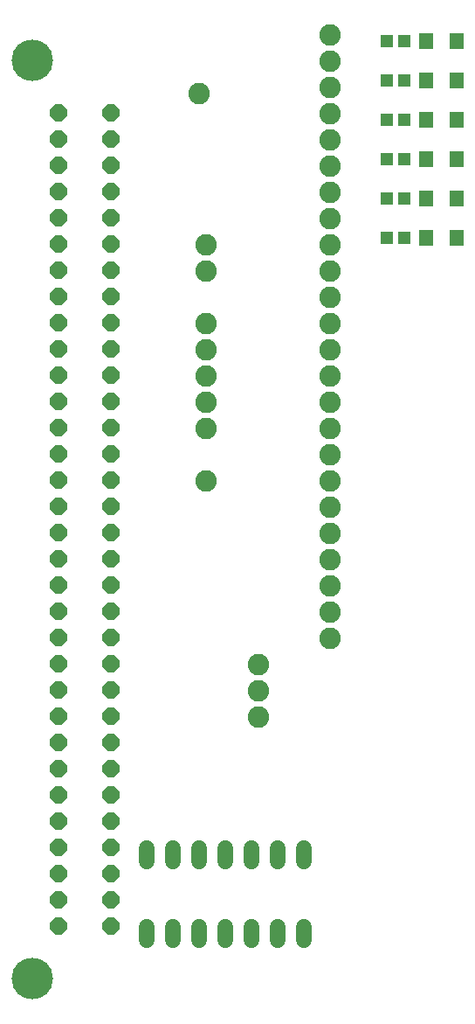
<source format=gts>
G75*
%MOIN*%
%OFA0B0*%
%FSLAX24Y24*%
%IPPOS*%
%LPD*%
%AMOC8*
5,1,8,0,0,1.08239X$1,22.5*
%
%ADD10OC8,0.0640*%
%ADD11C,0.1582*%
%ADD12C,0.0820*%
%ADD13C,0.0600*%
%ADD14R,0.0552X0.0631*%
%ADD15R,0.0513X0.0474*%
D10*
X005150Y003195D03*
X005150Y004195D03*
X005150Y005195D03*
X005150Y006195D03*
X005150Y007195D03*
X005150Y008195D03*
X005150Y009195D03*
X005150Y010195D03*
X005150Y011195D03*
X005150Y012195D03*
X005150Y013195D03*
X005150Y014195D03*
X005150Y015195D03*
X005150Y016195D03*
X005150Y017195D03*
X005150Y018195D03*
X005150Y019195D03*
X005150Y020195D03*
X005150Y021195D03*
X005150Y022195D03*
X005150Y023195D03*
X005150Y024195D03*
X005150Y025195D03*
X005150Y026195D03*
X005150Y027195D03*
X005150Y028195D03*
X005150Y029195D03*
X005150Y030195D03*
X005150Y031195D03*
X005150Y032195D03*
X005150Y033195D03*
X005150Y034195D03*
X007150Y034195D03*
X007150Y033195D03*
X007150Y032195D03*
X007150Y031195D03*
X007150Y030195D03*
X007150Y029195D03*
X007150Y028195D03*
X007150Y027195D03*
X007150Y026195D03*
X007150Y025195D03*
X007150Y024195D03*
X007150Y023195D03*
X007150Y022195D03*
X007150Y021195D03*
X007150Y020195D03*
X007150Y019195D03*
X007150Y018195D03*
X007150Y017195D03*
X007150Y016195D03*
X007150Y015195D03*
X007150Y014195D03*
X007150Y013195D03*
X007150Y012195D03*
X007150Y011195D03*
X007150Y010195D03*
X007150Y009195D03*
X007150Y008195D03*
X007150Y007195D03*
X007150Y006195D03*
X007150Y005195D03*
X007150Y004195D03*
X007150Y003195D03*
D11*
X004150Y001195D03*
X004150Y036195D03*
D12*
X010531Y034930D03*
X010781Y029180D03*
X010781Y028180D03*
X010781Y026180D03*
X010781Y025180D03*
X010781Y024180D03*
X010781Y023180D03*
X010781Y022180D03*
X010781Y020180D03*
X012781Y013180D03*
X012781Y012180D03*
X012781Y011180D03*
X015531Y014180D03*
X015531Y015180D03*
X015531Y016180D03*
X015531Y017180D03*
X015531Y018180D03*
X015531Y019180D03*
X015531Y020180D03*
X015531Y021180D03*
X015531Y022180D03*
X015531Y023180D03*
X015531Y024180D03*
X015531Y025180D03*
X015531Y026180D03*
X015531Y027180D03*
X015531Y028180D03*
X015531Y029180D03*
X015531Y030180D03*
X015531Y031180D03*
X015531Y032180D03*
X015531Y033180D03*
X015531Y034180D03*
X015531Y035180D03*
X015531Y036180D03*
X015531Y037180D03*
D13*
X014531Y006190D02*
X014531Y005670D01*
X013531Y005670D02*
X013531Y006190D01*
X012531Y006190D02*
X012531Y005670D01*
X011531Y005670D02*
X011531Y006190D01*
X010531Y006190D02*
X010531Y005670D01*
X009531Y005670D02*
X009531Y006190D01*
X008531Y006190D02*
X008531Y005670D01*
X008531Y003190D02*
X008531Y002670D01*
X009531Y002670D02*
X009531Y003190D01*
X010531Y003190D02*
X010531Y002670D01*
X011531Y002670D02*
X011531Y003190D01*
X012531Y003190D02*
X012531Y002670D01*
X013531Y002670D02*
X013531Y003190D01*
X014531Y003190D02*
X014531Y002670D01*
D14*
X019191Y029430D03*
X019191Y030930D03*
X019191Y032430D03*
X019191Y033930D03*
X019191Y035430D03*
X019191Y036930D03*
X020372Y036930D03*
X020372Y035430D03*
X020372Y033930D03*
X020372Y032430D03*
X020372Y030930D03*
X020372Y029430D03*
D15*
X018366Y029430D03*
X017697Y029430D03*
X017697Y030930D03*
X018366Y030930D03*
X018366Y032430D03*
X017697Y032430D03*
X017697Y033930D03*
X018366Y033930D03*
X018366Y035430D03*
X017697Y035430D03*
X017697Y036930D03*
X018366Y036930D03*
M02*

</source>
